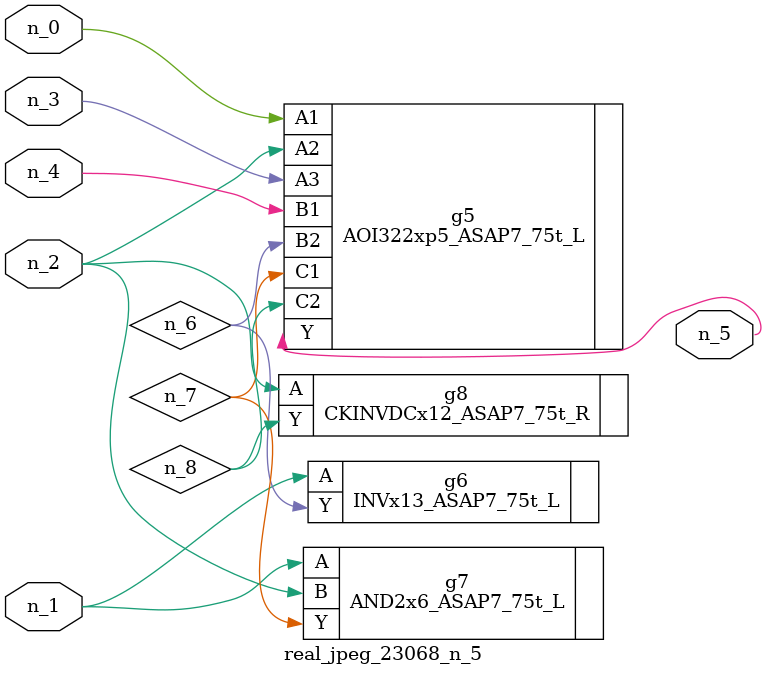
<source format=v>
module real_jpeg_23068_n_5 (n_4, n_0, n_1, n_2, n_3, n_5);

input n_4;
input n_0;
input n_1;
input n_2;
input n_3;

output n_5;

wire n_8;
wire n_6;
wire n_7;

AOI322xp5_ASAP7_75t_L g5 ( 
.A1(n_0),
.A2(n_2),
.A3(n_3),
.B1(n_4),
.B2(n_6),
.C1(n_7),
.C2(n_8),
.Y(n_5)
);

INVx13_ASAP7_75t_L g6 ( 
.A(n_1),
.Y(n_6)
);

AND2x6_ASAP7_75t_L g7 ( 
.A(n_1),
.B(n_2),
.Y(n_7)
);

CKINVDCx12_ASAP7_75t_R g8 ( 
.A(n_2),
.Y(n_8)
);


endmodule
</source>
